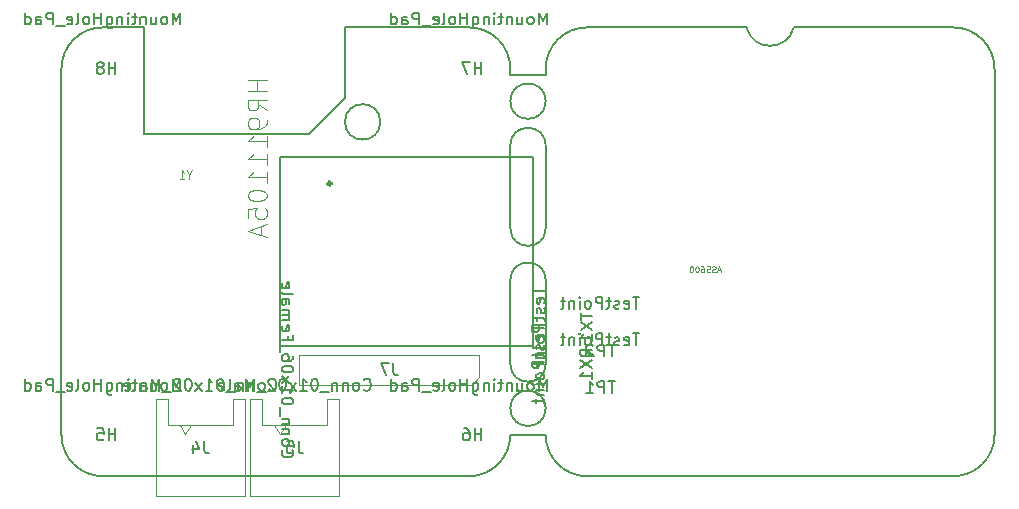
<source format=gbr>
%TF.GenerationSoftware,KiCad,Pcbnew,(5.1.8-0-10_14)*%
%TF.CreationDate,2021-02-10T22:24:43+01:00*%
%TF.ProjectId,ethersweep,65746865-7273-4776-9565-702e6b696361,rev?*%
%TF.SameCoordinates,Original*%
%TF.FileFunction,Other,Fab,Bot*%
%FSLAX46Y46*%
G04 Gerber Fmt 4.6, Leading zero omitted, Abs format (unit mm)*
G04 Created by KiCad (PCBNEW (5.1.8-0-10_14)) date 2021-02-10 22:24:43*
%MOMM*%
%LPD*%
G01*
G04 APERTURE LIST*
%TA.AperFunction,Profile*%
%ADD10C,0.150000*%
%TD*%
%ADD11C,0.100000*%
%ADD12C,0.300000*%
%ADD13C,0.127000*%
%ADD14C,0.150000*%
%ADD15C,0.015000*%
%ADD16C,0.105000*%
G04 APERTURE END LIST*
D10*
X163500000Y-98000000D02*
G75*
G02*
X160500000Y-98000000I-1500000J0D01*
G01*
X160500000Y-91000000D02*
G75*
G02*
X163500000Y-91000000I1500000J0D01*
G01*
X163500000Y-98000000D02*
X163500000Y-91000000D01*
X160500000Y-91000000D02*
X160500000Y-98000000D01*
X160500000Y-102400000D02*
G75*
G02*
X163500000Y-102400000I1500000J0D01*
G01*
X160500000Y-102400000D02*
X160500000Y-109500000D01*
X163500000Y-109500000D02*
X163500000Y-102400000D01*
X163500000Y-109500000D02*
G75*
G02*
X160500000Y-109500000I-1500000J0D01*
G01*
X163500000Y-87250000D02*
G75*
G03*
X163500000Y-87250000I-1500000J0D01*
G01*
X163500000Y-113250000D02*
G75*
G03*
X163500000Y-113250000I-1500000J0D01*
G01*
X160500000Y-84500000D02*
X160500000Y-85000000D01*
X163500000Y-84500000D02*
X163500000Y-85000000D01*
X160500000Y-115500000D02*
X163500000Y-115500000D01*
X163500000Y-85000000D02*
X160500000Y-85000000D01*
X149500000Y-89000000D02*
G75*
G03*
X149500000Y-89000000I-1500000J0D01*
G01*
X129500000Y-90000000D02*
X129500000Y-81000000D01*
X126000000Y-81000000D02*
X129500000Y-81000000D01*
X126000000Y-81000000D02*
G75*
G03*
X122500000Y-84500000I0J-3500000D01*
G01*
X146500000Y-81000000D02*
X157000000Y-81000000D01*
X143500000Y-90000000D02*
X129500000Y-90000000D01*
X146500000Y-87000000D02*
X143500000Y-90000000D01*
X146500000Y-81000000D02*
X146500000Y-87000000D01*
X180500000Y-81000000D02*
X167000000Y-81000000D01*
X184500000Y-81000000D02*
X198000000Y-81000000D01*
X184500000Y-81000000D02*
G75*
G02*
X180500000Y-81000000I-2000000J500000D01*
G01*
X163500000Y-84500000D02*
G75*
G02*
X167000000Y-81000000I3500000J0D01*
G01*
X201500000Y-115500000D02*
G75*
G02*
X198000000Y-119000000I-3500000J0D01*
G01*
X167000000Y-119000000D02*
G75*
G02*
X163500000Y-115500000I0J3500000D01*
G01*
X167000000Y-119000000D02*
X198000000Y-119000000D01*
X198000000Y-81000000D02*
G75*
G02*
X201500000Y-84500000I0J-3500000D01*
G01*
X201500000Y-115500000D02*
X201500000Y-84500000D01*
X122500000Y-115500000D02*
X122500000Y-84500000D01*
X160500000Y-84500000D02*
G75*
G03*
X157000000Y-81000000I-3500000J0D01*
G01*
X157000000Y-119000000D02*
G75*
G03*
X160500000Y-115500000I0J3500000D01*
G01*
X122500000Y-115500000D02*
G75*
G03*
X126000000Y-119000000I3500000J0D01*
G01*
X157000000Y-119000000D02*
X126000000Y-119000000D01*
D11*
X131500000Y-114700000D02*
X131500000Y-112500000D01*
X131500000Y-112500000D02*
X130500000Y-112500000D01*
X130500000Y-112500000D02*
X130500000Y-120700000D01*
X130500000Y-120700000D02*
X138000000Y-120700000D01*
X138000000Y-120700000D02*
X138000000Y-112500000D01*
X138000000Y-112500000D02*
X137000000Y-112500000D01*
X137000000Y-112500000D02*
X137000000Y-114700000D01*
X137000000Y-114700000D02*
X131500000Y-114700000D01*
X132500000Y-114700000D02*
X133000000Y-115407107D01*
X133000000Y-115407107D02*
X133500000Y-114700000D01*
X141000000Y-115407107D02*
X141500000Y-114700000D01*
X140500000Y-114700000D02*
X141000000Y-115407107D01*
X145000000Y-114700000D02*
X139500000Y-114700000D01*
X145000000Y-112500000D02*
X145000000Y-114700000D01*
X146000000Y-112500000D02*
X145000000Y-112500000D01*
X146000000Y-120700000D02*
X146000000Y-112500000D01*
X138500000Y-120700000D02*
X146000000Y-120700000D01*
X138500000Y-112500000D02*
X138500000Y-120700000D01*
X139500000Y-112500000D02*
X138500000Y-112500000D01*
X139500000Y-114700000D02*
X139500000Y-112500000D01*
D12*
X145350000Y-94200000D02*
G75*
G03*
X145350000Y-94200000I-150000J0D01*
G01*
D13*
X162420000Y-108000000D02*
X141020000Y-108000000D01*
X141020000Y-108000000D02*
X141020000Y-92000000D01*
X141020000Y-92000000D02*
X162420000Y-92000000D01*
X162420000Y-92000000D02*
X162420000Y-108000000D01*
D11*
X157890000Y-110635000D02*
X157890000Y-108730000D01*
X157890000Y-108730000D02*
X142650000Y-108730000D01*
X142650000Y-108730000D02*
X142650000Y-111270000D01*
X142650000Y-111270000D02*
X157255000Y-111270000D01*
X157255000Y-111270000D02*
X157890000Y-110635000D01*
D14*
X140083333Y-111657142D02*
X140130952Y-111704761D01*
X140273809Y-111752380D01*
X140369047Y-111752380D01*
X140511904Y-111704761D01*
X140607142Y-111609523D01*
X140654761Y-111514285D01*
X140702380Y-111323809D01*
X140702380Y-111180952D01*
X140654761Y-110990476D01*
X140607142Y-110895238D01*
X140511904Y-110800000D01*
X140369047Y-110752380D01*
X140273809Y-110752380D01*
X140130952Y-110800000D01*
X140083333Y-110847619D01*
X139511904Y-111752380D02*
X139607142Y-111704761D01*
X139654761Y-111657142D01*
X139702380Y-111561904D01*
X139702380Y-111276190D01*
X139654761Y-111180952D01*
X139607142Y-111133333D01*
X139511904Y-111085714D01*
X139369047Y-111085714D01*
X139273809Y-111133333D01*
X139226190Y-111180952D01*
X139178571Y-111276190D01*
X139178571Y-111561904D01*
X139226190Y-111657142D01*
X139273809Y-111704761D01*
X139369047Y-111752380D01*
X139511904Y-111752380D01*
X138750000Y-111085714D02*
X138750000Y-111752380D01*
X138750000Y-111180952D02*
X138702380Y-111133333D01*
X138607142Y-111085714D01*
X138464285Y-111085714D01*
X138369047Y-111133333D01*
X138321428Y-111228571D01*
X138321428Y-111752380D01*
X137845238Y-111085714D02*
X137845238Y-111752380D01*
X137845238Y-111180952D02*
X137797619Y-111133333D01*
X137702380Y-111085714D01*
X137559523Y-111085714D01*
X137464285Y-111133333D01*
X137416666Y-111228571D01*
X137416666Y-111752380D01*
X137178571Y-111847619D02*
X136416666Y-111847619D01*
X135988095Y-110752380D02*
X135892857Y-110752380D01*
X135797619Y-110800000D01*
X135750000Y-110847619D01*
X135702380Y-110942857D01*
X135654761Y-111133333D01*
X135654761Y-111371428D01*
X135702380Y-111561904D01*
X135750000Y-111657142D01*
X135797619Y-111704761D01*
X135892857Y-111752380D01*
X135988095Y-111752380D01*
X136083333Y-111704761D01*
X136130952Y-111657142D01*
X136178571Y-111561904D01*
X136226190Y-111371428D01*
X136226190Y-111133333D01*
X136178571Y-110942857D01*
X136130952Y-110847619D01*
X136083333Y-110800000D01*
X135988095Y-110752380D01*
X134702380Y-111752380D02*
X135273809Y-111752380D01*
X134988095Y-111752380D02*
X134988095Y-110752380D01*
X135083333Y-110895238D01*
X135178571Y-110990476D01*
X135273809Y-111038095D01*
X134369047Y-111752380D02*
X133845238Y-111085714D01*
X134369047Y-111085714D02*
X133845238Y-111752380D01*
X133273809Y-110752380D02*
X133178571Y-110752380D01*
X133083333Y-110800000D01*
X133035714Y-110847619D01*
X132988095Y-110942857D01*
X132940476Y-111133333D01*
X132940476Y-111371428D01*
X132988095Y-111561904D01*
X133035714Y-111657142D01*
X133083333Y-111704761D01*
X133178571Y-111752380D01*
X133273809Y-111752380D01*
X133369047Y-111704761D01*
X133416666Y-111657142D01*
X133464285Y-111561904D01*
X133511904Y-111371428D01*
X133511904Y-111133333D01*
X133464285Y-110942857D01*
X133416666Y-110847619D01*
X133369047Y-110800000D01*
X133273809Y-110752380D01*
X132559523Y-110847619D02*
X132511904Y-110800000D01*
X132416666Y-110752380D01*
X132178571Y-110752380D01*
X132083333Y-110800000D01*
X132035714Y-110847619D01*
X131988095Y-110942857D01*
X131988095Y-111038095D01*
X132035714Y-111180952D01*
X132607142Y-111752380D01*
X131988095Y-111752380D01*
X131797619Y-111847619D02*
X131035714Y-111847619D01*
X130797619Y-111752380D02*
X130797619Y-110752380D01*
X130464285Y-111466666D01*
X130130952Y-110752380D01*
X130130952Y-111752380D01*
X129226190Y-111752380D02*
X129226190Y-111228571D01*
X129273809Y-111133333D01*
X129369047Y-111085714D01*
X129559523Y-111085714D01*
X129654761Y-111133333D01*
X129226190Y-111704761D02*
X129321428Y-111752380D01*
X129559523Y-111752380D01*
X129654761Y-111704761D01*
X129702380Y-111609523D01*
X129702380Y-111514285D01*
X129654761Y-111419047D01*
X129559523Y-111371428D01*
X129321428Y-111371428D01*
X129226190Y-111323809D01*
X128607142Y-111752380D02*
X128702380Y-111704761D01*
X128750000Y-111609523D01*
X128750000Y-110752380D01*
X127845238Y-111704761D02*
X127940476Y-111752380D01*
X128130952Y-111752380D01*
X128226190Y-111704761D01*
X128273809Y-111609523D01*
X128273809Y-111228571D01*
X128226190Y-111133333D01*
X128130952Y-111085714D01*
X127940476Y-111085714D01*
X127845238Y-111133333D01*
X127797619Y-111228571D01*
X127797619Y-111323809D01*
X128273809Y-111419047D01*
X134583333Y-116052380D02*
X134583333Y-116766666D01*
X134630952Y-116909523D01*
X134726190Y-117004761D01*
X134869047Y-117052380D01*
X134964285Y-117052380D01*
X133678571Y-116385714D02*
X133678571Y-117052380D01*
X133916666Y-116004761D02*
X134154761Y-116719047D01*
X133535714Y-116719047D01*
X148083333Y-111657142D02*
X148130952Y-111704761D01*
X148273809Y-111752380D01*
X148369047Y-111752380D01*
X148511904Y-111704761D01*
X148607142Y-111609523D01*
X148654761Y-111514285D01*
X148702380Y-111323809D01*
X148702380Y-111180952D01*
X148654761Y-110990476D01*
X148607142Y-110895238D01*
X148511904Y-110800000D01*
X148369047Y-110752380D01*
X148273809Y-110752380D01*
X148130952Y-110800000D01*
X148083333Y-110847619D01*
X147511904Y-111752380D02*
X147607142Y-111704761D01*
X147654761Y-111657142D01*
X147702380Y-111561904D01*
X147702380Y-111276190D01*
X147654761Y-111180952D01*
X147607142Y-111133333D01*
X147511904Y-111085714D01*
X147369047Y-111085714D01*
X147273809Y-111133333D01*
X147226190Y-111180952D01*
X147178571Y-111276190D01*
X147178571Y-111561904D01*
X147226190Y-111657142D01*
X147273809Y-111704761D01*
X147369047Y-111752380D01*
X147511904Y-111752380D01*
X146750000Y-111085714D02*
X146750000Y-111752380D01*
X146750000Y-111180952D02*
X146702380Y-111133333D01*
X146607142Y-111085714D01*
X146464285Y-111085714D01*
X146369047Y-111133333D01*
X146321428Y-111228571D01*
X146321428Y-111752380D01*
X145845238Y-111085714D02*
X145845238Y-111752380D01*
X145845238Y-111180952D02*
X145797619Y-111133333D01*
X145702380Y-111085714D01*
X145559523Y-111085714D01*
X145464285Y-111133333D01*
X145416666Y-111228571D01*
X145416666Y-111752380D01*
X145178571Y-111847619D02*
X144416666Y-111847619D01*
X143988095Y-110752380D02*
X143892857Y-110752380D01*
X143797619Y-110800000D01*
X143750000Y-110847619D01*
X143702380Y-110942857D01*
X143654761Y-111133333D01*
X143654761Y-111371428D01*
X143702380Y-111561904D01*
X143750000Y-111657142D01*
X143797619Y-111704761D01*
X143892857Y-111752380D01*
X143988095Y-111752380D01*
X144083333Y-111704761D01*
X144130952Y-111657142D01*
X144178571Y-111561904D01*
X144226190Y-111371428D01*
X144226190Y-111133333D01*
X144178571Y-110942857D01*
X144130952Y-110847619D01*
X144083333Y-110800000D01*
X143988095Y-110752380D01*
X142702380Y-111752380D02*
X143273809Y-111752380D01*
X142988095Y-111752380D02*
X142988095Y-110752380D01*
X143083333Y-110895238D01*
X143178571Y-110990476D01*
X143273809Y-111038095D01*
X142369047Y-111752380D02*
X141845238Y-111085714D01*
X142369047Y-111085714D02*
X141845238Y-111752380D01*
X141273809Y-110752380D02*
X141178571Y-110752380D01*
X141083333Y-110800000D01*
X141035714Y-110847619D01*
X140988095Y-110942857D01*
X140940476Y-111133333D01*
X140940476Y-111371428D01*
X140988095Y-111561904D01*
X141035714Y-111657142D01*
X141083333Y-111704761D01*
X141178571Y-111752380D01*
X141273809Y-111752380D01*
X141369047Y-111704761D01*
X141416666Y-111657142D01*
X141464285Y-111561904D01*
X141511904Y-111371428D01*
X141511904Y-111133333D01*
X141464285Y-110942857D01*
X141416666Y-110847619D01*
X141369047Y-110800000D01*
X141273809Y-110752380D01*
X140559523Y-110847619D02*
X140511904Y-110800000D01*
X140416666Y-110752380D01*
X140178571Y-110752380D01*
X140083333Y-110800000D01*
X140035714Y-110847619D01*
X139988095Y-110942857D01*
X139988095Y-111038095D01*
X140035714Y-111180952D01*
X140607142Y-111752380D01*
X139988095Y-111752380D01*
X139797619Y-111847619D02*
X139035714Y-111847619D01*
X138797619Y-111752380D02*
X138797619Y-110752380D01*
X138464285Y-111466666D01*
X138130952Y-110752380D01*
X138130952Y-111752380D01*
X137226190Y-111752380D02*
X137226190Y-111228571D01*
X137273809Y-111133333D01*
X137369047Y-111085714D01*
X137559523Y-111085714D01*
X137654761Y-111133333D01*
X137226190Y-111704761D02*
X137321428Y-111752380D01*
X137559523Y-111752380D01*
X137654761Y-111704761D01*
X137702380Y-111609523D01*
X137702380Y-111514285D01*
X137654761Y-111419047D01*
X137559523Y-111371428D01*
X137321428Y-111371428D01*
X137226190Y-111323809D01*
X136607142Y-111752380D02*
X136702380Y-111704761D01*
X136750000Y-111609523D01*
X136750000Y-110752380D01*
X135845238Y-111704761D02*
X135940476Y-111752380D01*
X136130952Y-111752380D01*
X136226190Y-111704761D01*
X136273809Y-111609523D01*
X136273809Y-111228571D01*
X136226190Y-111133333D01*
X136130952Y-111085714D01*
X135940476Y-111085714D01*
X135845238Y-111133333D01*
X135797619Y-111228571D01*
X135797619Y-111323809D01*
X136273809Y-111419047D01*
X142583333Y-116052380D02*
X142583333Y-116766666D01*
X142630952Y-116909523D01*
X142726190Y-117004761D01*
X142869047Y-117052380D01*
X142964285Y-117052380D01*
X141630952Y-116052380D02*
X142107142Y-116052380D01*
X142154761Y-116528571D01*
X142107142Y-116480952D01*
X142011904Y-116433333D01*
X141773809Y-116433333D01*
X141678571Y-116480952D01*
X141630952Y-116528571D01*
X141583333Y-116623809D01*
X141583333Y-116861904D01*
X141630952Y-116957142D01*
X141678571Y-117004761D01*
X141773809Y-117052380D01*
X142011904Y-117052380D01*
X142107142Y-117004761D01*
X142154761Y-116957142D01*
D15*
X139871714Y-85437450D02*
X138266651Y-85437450D01*
X139030967Y-85437450D02*
X139030967Y-86354629D01*
X139871714Y-86354629D02*
X138266651Y-86354629D01*
X139871714Y-88036124D02*
X139107399Y-87501103D01*
X139871714Y-87118945D02*
X138266651Y-87118945D01*
X138266651Y-87730397D01*
X138343083Y-87883260D01*
X138419515Y-87959692D01*
X138572378Y-88036124D01*
X138801672Y-88036124D01*
X138954536Y-87959692D01*
X139030967Y-87883260D01*
X139107399Y-87730397D01*
X139107399Y-87118945D01*
X139871714Y-88800439D02*
X139871714Y-89106166D01*
X139795283Y-89259029D01*
X139718851Y-89335460D01*
X139489557Y-89488323D01*
X139183830Y-89564755D01*
X138572378Y-89564755D01*
X138419515Y-89488323D01*
X138343083Y-89411892D01*
X138266651Y-89259029D01*
X138266651Y-88953302D01*
X138343083Y-88800439D01*
X138419515Y-88724008D01*
X138572378Y-88647576D01*
X138954536Y-88647576D01*
X139107399Y-88724008D01*
X139183830Y-88800439D01*
X139260262Y-88953302D01*
X139260262Y-89259029D01*
X139183830Y-89411892D01*
X139107399Y-89488323D01*
X138954536Y-89564755D01*
X139871714Y-91093386D02*
X139871714Y-90176208D01*
X139871714Y-90634797D02*
X138266651Y-90634797D01*
X138495946Y-90481934D01*
X138648809Y-90329071D01*
X138725241Y-90176208D01*
X139871714Y-92622018D02*
X139871714Y-91704839D01*
X139871714Y-92163428D02*
X138266651Y-92163428D01*
X138495946Y-92010565D01*
X138648809Y-91857702D01*
X138725241Y-91704839D01*
X139871714Y-94150649D02*
X139871714Y-93233470D01*
X139871714Y-93692060D02*
X138266651Y-93692060D01*
X138495946Y-93539197D01*
X138648809Y-93386334D01*
X138725241Y-93233470D01*
X138266651Y-95144260D02*
X138266651Y-95297123D01*
X138343083Y-95449986D01*
X138419515Y-95526418D01*
X138572378Y-95602849D01*
X138878104Y-95679281D01*
X139260262Y-95679281D01*
X139565988Y-95602849D01*
X139718851Y-95526418D01*
X139795283Y-95449986D01*
X139871714Y-95297123D01*
X139871714Y-95144260D01*
X139795283Y-94991397D01*
X139718851Y-94914965D01*
X139565988Y-94838533D01*
X139260262Y-94762102D01*
X138878104Y-94762102D01*
X138572378Y-94838533D01*
X138419515Y-94914965D01*
X138343083Y-94991397D01*
X138266651Y-95144260D01*
X138266651Y-97131481D02*
X138266651Y-96367165D01*
X139030967Y-96290733D01*
X138954536Y-96367165D01*
X138878104Y-96520028D01*
X138878104Y-96902186D01*
X138954536Y-97055049D01*
X139030967Y-97131481D01*
X139183830Y-97207912D01*
X139565988Y-97207912D01*
X139718851Y-97131481D01*
X139795283Y-97055049D01*
X139871714Y-96902186D01*
X139871714Y-96520028D01*
X139795283Y-96367165D01*
X139718851Y-96290733D01*
X139413125Y-97819365D02*
X139413125Y-98583680D01*
X139871714Y-97666502D02*
X138266651Y-98201523D01*
X139871714Y-98736544D01*
X178309523Y-101583333D02*
X178071428Y-101583333D01*
X178357142Y-101726190D02*
X178190476Y-101226190D01*
X178023809Y-101726190D01*
X177880952Y-101702380D02*
X177809523Y-101726190D01*
X177690476Y-101726190D01*
X177642857Y-101702380D01*
X177619047Y-101678571D01*
X177595238Y-101630952D01*
X177595238Y-101583333D01*
X177619047Y-101535714D01*
X177642857Y-101511904D01*
X177690476Y-101488095D01*
X177785714Y-101464285D01*
X177833333Y-101440476D01*
X177857142Y-101416666D01*
X177880952Y-101369047D01*
X177880952Y-101321428D01*
X177857142Y-101273809D01*
X177833333Y-101250000D01*
X177785714Y-101226190D01*
X177666666Y-101226190D01*
X177595238Y-101250000D01*
X177142857Y-101226190D02*
X177380952Y-101226190D01*
X177404761Y-101464285D01*
X177380952Y-101440476D01*
X177333333Y-101416666D01*
X177214285Y-101416666D01*
X177166666Y-101440476D01*
X177142857Y-101464285D01*
X177119047Y-101511904D01*
X177119047Y-101630952D01*
X177142857Y-101678571D01*
X177166666Y-101702380D01*
X177214285Y-101726190D01*
X177333333Y-101726190D01*
X177380952Y-101702380D01*
X177404761Y-101678571D01*
X176690476Y-101226190D02*
X176785714Y-101226190D01*
X176833333Y-101250000D01*
X176857142Y-101273809D01*
X176904761Y-101345238D01*
X176928571Y-101440476D01*
X176928571Y-101630952D01*
X176904761Y-101678571D01*
X176880952Y-101702380D01*
X176833333Y-101726190D01*
X176738095Y-101726190D01*
X176690476Y-101702380D01*
X176666666Y-101678571D01*
X176642857Y-101630952D01*
X176642857Y-101511904D01*
X176666666Y-101464285D01*
X176690476Y-101440476D01*
X176738095Y-101416666D01*
X176833333Y-101416666D01*
X176880952Y-101440476D01*
X176904761Y-101464285D01*
X176928571Y-101511904D01*
X176333333Y-101226190D02*
X176285714Y-101226190D01*
X176238095Y-101250000D01*
X176214285Y-101273809D01*
X176190476Y-101321428D01*
X176166666Y-101416666D01*
X176166666Y-101535714D01*
X176190476Y-101630952D01*
X176214285Y-101678571D01*
X176238095Y-101702380D01*
X176285714Y-101726190D01*
X176333333Y-101726190D01*
X176380952Y-101702380D01*
X176404761Y-101678571D01*
X176428571Y-101630952D01*
X176452380Y-101535714D01*
X176452380Y-101416666D01*
X176428571Y-101321428D01*
X176404761Y-101273809D01*
X176380952Y-101250000D01*
X176333333Y-101226190D01*
X175857142Y-101226190D02*
X175809523Y-101226190D01*
X175761904Y-101250000D01*
X175738095Y-101273809D01*
X175714285Y-101321428D01*
X175690476Y-101416666D01*
X175690476Y-101535714D01*
X175714285Y-101630952D01*
X175738095Y-101678571D01*
X175761904Y-101702380D01*
X175809523Y-101726190D01*
X175857142Y-101726190D01*
X175904761Y-101702380D01*
X175928571Y-101678571D01*
X175952380Y-101630952D01*
X175976190Y-101535714D01*
X175976190Y-101416666D01*
X175952380Y-101321428D01*
X175928571Y-101273809D01*
X175904761Y-101250000D01*
X175857142Y-101226190D01*
D16*
X133333333Y-93483333D02*
X133333333Y-93816666D01*
X133566666Y-93116666D02*
X133333333Y-93483333D01*
X133100000Y-93116666D01*
X132500000Y-93816666D02*
X132900000Y-93816666D01*
X132700000Y-93816666D02*
X132700000Y-93116666D01*
X132766666Y-93216666D01*
X132833333Y-93283333D01*
X132900000Y-93316666D01*
D14*
X132571428Y-111752380D02*
X132571428Y-110752380D01*
X132238095Y-111466666D01*
X131904761Y-110752380D01*
X131904761Y-111752380D01*
X131285714Y-111752380D02*
X131380952Y-111704761D01*
X131428571Y-111657142D01*
X131476190Y-111561904D01*
X131476190Y-111276190D01*
X131428571Y-111180952D01*
X131380952Y-111133333D01*
X131285714Y-111085714D01*
X131142857Y-111085714D01*
X131047619Y-111133333D01*
X131000000Y-111180952D01*
X130952380Y-111276190D01*
X130952380Y-111561904D01*
X131000000Y-111657142D01*
X131047619Y-111704761D01*
X131142857Y-111752380D01*
X131285714Y-111752380D01*
X130095238Y-111085714D02*
X130095238Y-111752380D01*
X130523809Y-111085714D02*
X130523809Y-111609523D01*
X130476190Y-111704761D01*
X130380952Y-111752380D01*
X130238095Y-111752380D01*
X130142857Y-111704761D01*
X130095238Y-111657142D01*
X129619047Y-111085714D02*
X129619047Y-111752380D01*
X129619047Y-111180952D02*
X129571428Y-111133333D01*
X129476190Y-111085714D01*
X129333333Y-111085714D01*
X129238095Y-111133333D01*
X129190476Y-111228571D01*
X129190476Y-111752380D01*
X128857142Y-111085714D02*
X128476190Y-111085714D01*
X128714285Y-110752380D02*
X128714285Y-111609523D01*
X128666666Y-111704761D01*
X128571428Y-111752380D01*
X128476190Y-111752380D01*
X128142857Y-111752380D02*
X128142857Y-111085714D01*
X128142857Y-110752380D02*
X128190476Y-110800000D01*
X128142857Y-110847619D01*
X128095238Y-110800000D01*
X128142857Y-110752380D01*
X128142857Y-110847619D01*
X127666666Y-111085714D02*
X127666666Y-111752380D01*
X127666666Y-111180952D02*
X127619047Y-111133333D01*
X127523809Y-111085714D01*
X127380952Y-111085714D01*
X127285714Y-111133333D01*
X127238095Y-111228571D01*
X127238095Y-111752380D01*
X126333333Y-111085714D02*
X126333333Y-111895238D01*
X126380952Y-111990476D01*
X126428571Y-112038095D01*
X126523809Y-112085714D01*
X126666666Y-112085714D01*
X126761904Y-112038095D01*
X126333333Y-111704761D02*
X126428571Y-111752380D01*
X126619047Y-111752380D01*
X126714285Y-111704761D01*
X126761904Y-111657142D01*
X126809523Y-111561904D01*
X126809523Y-111276190D01*
X126761904Y-111180952D01*
X126714285Y-111133333D01*
X126619047Y-111085714D01*
X126428571Y-111085714D01*
X126333333Y-111133333D01*
X125857142Y-111752380D02*
X125857142Y-110752380D01*
X125857142Y-111228571D02*
X125285714Y-111228571D01*
X125285714Y-111752380D02*
X125285714Y-110752380D01*
X124666666Y-111752380D02*
X124761904Y-111704761D01*
X124809523Y-111657142D01*
X124857142Y-111561904D01*
X124857142Y-111276190D01*
X124809523Y-111180952D01*
X124761904Y-111133333D01*
X124666666Y-111085714D01*
X124523809Y-111085714D01*
X124428571Y-111133333D01*
X124380952Y-111180952D01*
X124333333Y-111276190D01*
X124333333Y-111561904D01*
X124380952Y-111657142D01*
X124428571Y-111704761D01*
X124523809Y-111752380D01*
X124666666Y-111752380D01*
X123761904Y-111752380D02*
X123857142Y-111704761D01*
X123904761Y-111609523D01*
X123904761Y-110752380D01*
X123000000Y-111704761D02*
X123095238Y-111752380D01*
X123285714Y-111752380D01*
X123380952Y-111704761D01*
X123428571Y-111609523D01*
X123428571Y-111228571D01*
X123380952Y-111133333D01*
X123285714Y-111085714D01*
X123095238Y-111085714D01*
X123000000Y-111133333D01*
X122952380Y-111228571D01*
X122952380Y-111323809D01*
X123428571Y-111419047D01*
X122761904Y-111847619D02*
X122000000Y-111847619D01*
X121761904Y-111752380D02*
X121761904Y-110752380D01*
X121380952Y-110752380D01*
X121285714Y-110800000D01*
X121238095Y-110847619D01*
X121190476Y-110942857D01*
X121190476Y-111085714D01*
X121238095Y-111180952D01*
X121285714Y-111228571D01*
X121380952Y-111276190D01*
X121761904Y-111276190D01*
X120333333Y-111752380D02*
X120333333Y-111228571D01*
X120380952Y-111133333D01*
X120476190Y-111085714D01*
X120666666Y-111085714D01*
X120761904Y-111133333D01*
X120333333Y-111704761D02*
X120428571Y-111752380D01*
X120666666Y-111752380D01*
X120761904Y-111704761D01*
X120809523Y-111609523D01*
X120809523Y-111514285D01*
X120761904Y-111419047D01*
X120666666Y-111371428D01*
X120428571Y-111371428D01*
X120333333Y-111323809D01*
X119428571Y-111752380D02*
X119428571Y-110752380D01*
X119428571Y-111704761D02*
X119523809Y-111752380D01*
X119714285Y-111752380D01*
X119809523Y-111704761D01*
X119857142Y-111657142D01*
X119904761Y-111561904D01*
X119904761Y-111276190D01*
X119857142Y-111180952D01*
X119809523Y-111133333D01*
X119714285Y-111085714D01*
X119523809Y-111085714D01*
X119428571Y-111133333D01*
X127061904Y-115952380D02*
X127061904Y-114952380D01*
X127061904Y-115428571D02*
X126490476Y-115428571D01*
X126490476Y-115952380D02*
X126490476Y-114952380D01*
X125538095Y-114952380D02*
X126014285Y-114952380D01*
X126061904Y-115428571D01*
X126014285Y-115380952D01*
X125919047Y-115333333D01*
X125680952Y-115333333D01*
X125585714Y-115380952D01*
X125538095Y-115428571D01*
X125490476Y-115523809D01*
X125490476Y-115761904D01*
X125538095Y-115857142D01*
X125585714Y-115904761D01*
X125680952Y-115952380D01*
X125919047Y-115952380D01*
X126014285Y-115904761D01*
X126061904Y-115857142D01*
X163571428Y-111752380D02*
X163571428Y-110752380D01*
X163238095Y-111466666D01*
X162904761Y-110752380D01*
X162904761Y-111752380D01*
X162285714Y-111752380D02*
X162380952Y-111704761D01*
X162428571Y-111657142D01*
X162476190Y-111561904D01*
X162476190Y-111276190D01*
X162428571Y-111180952D01*
X162380952Y-111133333D01*
X162285714Y-111085714D01*
X162142857Y-111085714D01*
X162047619Y-111133333D01*
X162000000Y-111180952D01*
X161952380Y-111276190D01*
X161952380Y-111561904D01*
X162000000Y-111657142D01*
X162047619Y-111704761D01*
X162142857Y-111752380D01*
X162285714Y-111752380D01*
X161095238Y-111085714D02*
X161095238Y-111752380D01*
X161523809Y-111085714D02*
X161523809Y-111609523D01*
X161476190Y-111704761D01*
X161380952Y-111752380D01*
X161238095Y-111752380D01*
X161142857Y-111704761D01*
X161095238Y-111657142D01*
X160619047Y-111085714D02*
X160619047Y-111752380D01*
X160619047Y-111180952D02*
X160571428Y-111133333D01*
X160476190Y-111085714D01*
X160333333Y-111085714D01*
X160238095Y-111133333D01*
X160190476Y-111228571D01*
X160190476Y-111752380D01*
X159857142Y-111085714D02*
X159476190Y-111085714D01*
X159714285Y-110752380D02*
X159714285Y-111609523D01*
X159666666Y-111704761D01*
X159571428Y-111752380D01*
X159476190Y-111752380D01*
X159142857Y-111752380D02*
X159142857Y-111085714D01*
X159142857Y-110752380D02*
X159190476Y-110800000D01*
X159142857Y-110847619D01*
X159095238Y-110800000D01*
X159142857Y-110752380D01*
X159142857Y-110847619D01*
X158666666Y-111085714D02*
X158666666Y-111752380D01*
X158666666Y-111180952D02*
X158619047Y-111133333D01*
X158523809Y-111085714D01*
X158380952Y-111085714D01*
X158285714Y-111133333D01*
X158238095Y-111228571D01*
X158238095Y-111752380D01*
X157333333Y-111085714D02*
X157333333Y-111895238D01*
X157380952Y-111990476D01*
X157428571Y-112038095D01*
X157523809Y-112085714D01*
X157666666Y-112085714D01*
X157761904Y-112038095D01*
X157333333Y-111704761D02*
X157428571Y-111752380D01*
X157619047Y-111752380D01*
X157714285Y-111704761D01*
X157761904Y-111657142D01*
X157809523Y-111561904D01*
X157809523Y-111276190D01*
X157761904Y-111180952D01*
X157714285Y-111133333D01*
X157619047Y-111085714D01*
X157428571Y-111085714D01*
X157333333Y-111133333D01*
X156857142Y-111752380D02*
X156857142Y-110752380D01*
X156857142Y-111228571D02*
X156285714Y-111228571D01*
X156285714Y-111752380D02*
X156285714Y-110752380D01*
X155666666Y-111752380D02*
X155761904Y-111704761D01*
X155809523Y-111657142D01*
X155857142Y-111561904D01*
X155857142Y-111276190D01*
X155809523Y-111180952D01*
X155761904Y-111133333D01*
X155666666Y-111085714D01*
X155523809Y-111085714D01*
X155428571Y-111133333D01*
X155380952Y-111180952D01*
X155333333Y-111276190D01*
X155333333Y-111561904D01*
X155380952Y-111657142D01*
X155428571Y-111704761D01*
X155523809Y-111752380D01*
X155666666Y-111752380D01*
X154761904Y-111752380D02*
X154857142Y-111704761D01*
X154904761Y-111609523D01*
X154904761Y-110752380D01*
X154000000Y-111704761D02*
X154095238Y-111752380D01*
X154285714Y-111752380D01*
X154380952Y-111704761D01*
X154428571Y-111609523D01*
X154428571Y-111228571D01*
X154380952Y-111133333D01*
X154285714Y-111085714D01*
X154095238Y-111085714D01*
X154000000Y-111133333D01*
X153952380Y-111228571D01*
X153952380Y-111323809D01*
X154428571Y-111419047D01*
X153761904Y-111847619D02*
X153000000Y-111847619D01*
X152761904Y-111752380D02*
X152761904Y-110752380D01*
X152380952Y-110752380D01*
X152285714Y-110800000D01*
X152238095Y-110847619D01*
X152190476Y-110942857D01*
X152190476Y-111085714D01*
X152238095Y-111180952D01*
X152285714Y-111228571D01*
X152380952Y-111276190D01*
X152761904Y-111276190D01*
X151333333Y-111752380D02*
X151333333Y-111228571D01*
X151380952Y-111133333D01*
X151476190Y-111085714D01*
X151666666Y-111085714D01*
X151761904Y-111133333D01*
X151333333Y-111704761D02*
X151428571Y-111752380D01*
X151666666Y-111752380D01*
X151761904Y-111704761D01*
X151809523Y-111609523D01*
X151809523Y-111514285D01*
X151761904Y-111419047D01*
X151666666Y-111371428D01*
X151428571Y-111371428D01*
X151333333Y-111323809D01*
X150428571Y-111752380D02*
X150428571Y-110752380D01*
X150428571Y-111704761D02*
X150523809Y-111752380D01*
X150714285Y-111752380D01*
X150809523Y-111704761D01*
X150857142Y-111657142D01*
X150904761Y-111561904D01*
X150904761Y-111276190D01*
X150857142Y-111180952D01*
X150809523Y-111133333D01*
X150714285Y-111085714D01*
X150523809Y-111085714D01*
X150428571Y-111133333D01*
X158061904Y-115952380D02*
X158061904Y-114952380D01*
X158061904Y-115428571D02*
X157490476Y-115428571D01*
X157490476Y-115952380D02*
X157490476Y-114952380D01*
X156585714Y-114952380D02*
X156776190Y-114952380D01*
X156871428Y-115000000D01*
X156919047Y-115047619D01*
X157014285Y-115190476D01*
X157061904Y-115380952D01*
X157061904Y-115761904D01*
X157014285Y-115857142D01*
X156966666Y-115904761D01*
X156871428Y-115952380D01*
X156680952Y-115952380D01*
X156585714Y-115904761D01*
X156538095Y-115857142D01*
X156490476Y-115761904D01*
X156490476Y-115523809D01*
X156538095Y-115428571D01*
X156585714Y-115380952D01*
X156680952Y-115333333D01*
X156871428Y-115333333D01*
X156966666Y-115380952D01*
X157014285Y-115428571D01*
X157061904Y-115523809D01*
X163571428Y-80752380D02*
X163571428Y-79752380D01*
X163238095Y-80466666D01*
X162904761Y-79752380D01*
X162904761Y-80752380D01*
X162285714Y-80752380D02*
X162380952Y-80704761D01*
X162428571Y-80657142D01*
X162476190Y-80561904D01*
X162476190Y-80276190D01*
X162428571Y-80180952D01*
X162380952Y-80133333D01*
X162285714Y-80085714D01*
X162142857Y-80085714D01*
X162047619Y-80133333D01*
X162000000Y-80180952D01*
X161952380Y-80276190D01*
X161952380Y-80561904D01*
X162000000Y-80657142D01*
X162047619Y-80704761D01*
X162142857Y-80752380D01*
X162285714Y-80752380D01*
X161095238Y-80085714D02*
X161095238Y-80752380D01*
X161523809Y-80085714D02*
X161523809Y-80609523D01*
X161476190Y-80704761D01*
X161380952Y-80752380D01*
X161238095Y-80752380D01*
X161142857Y-80704761D01*
X161095238Y-80657142D01*
X160619047Y-80085714D02*
X160619047Y-80752380D01*
X160619047Y-80180952D02*
X160571428Y-80133333D01*
X160476190Y-80085714D01*
X160333333Y-80085714D01*
X160238095Y-80133333D01*
X160190476Y-80228571D01*
X160190476Y-80752380D01*
X159857142Y-80085714D02*
X159476190Y-80085714D01*
X159714285Y-79752380D02*
X159714285Y-80609523D01*
X159666666Y-80704761D01*
X159571428Y-80752380D01*
X159476190Y-80752380D01*
X159142857Y-80752380D02*
X159142857Y-80085714D01*
X159142857Y-79752380D02*
X159190476Y-79800000D01*
X159142857Y-79847619D01*
X159095238Y-79800000D01*
X159142857Y-79752380D01*
X159142857Y-79847619D01*
X158666666Y-80085714D02*
X158666666Y-80752380D01*
X158666666Y-80180952D02*
X158619047Y-80133333D01*
X158523809Y-80085714D01*
X158380952Y-80085714D01*
X158285714Y-80133333D01*
X158238095Y-80228571D01*
X158238095Y-80752380D01*
X157333333Y-80085714D02*
X157333333Y-80895238D01*
X157380952Y-80990476D01*
X157428571Y-81038095D01*
X157523809Y-81085714D01*
X157666666Y-81085714D01*
X157761904Y-81038095D01*
X157333333Y-80704761D02*
X157428571Y-80752380D01*
X157619047Y-80752380D01*
X157714285Y-80704761D01*
X157761904Y-80657142D01*
X157809523Y-80561904D01*
X157809523Y-80276190D01*
X157761904Y-80180952D01*
X157714285Y-80133333D01*
X157619047Y-80085714D01*
X157428571Y-80085714D01*
X157333333Y-80133333D01*
X156857142Y-80752380D02*
X156857142Y-79752380D01*
X156857142Y-80228571D02*
X156285714Y-80228571D01*
X156285714Y-80752380D02*
X156285714Y-79752380D01*
X155666666Y-80752380D02*
X155761904Y-80704761D01*
X155809523Y-80657142D01*
X155857142Y-80561904D01*
X155857142Y-80276190D01*
X155809523Y-80180952D01*
X155761904Y-80133333D01*
X155666666Y-80085714D01*
X155523809Y-80085714D01*
X155428571Y-80133333D01*
X155380952Y-80180952D01*
X155333333Y-80276190D01*
X155333333Y-80561904D01*
X155380952Y-80657142D01*
X155428571Y-80704761D01*
X155523809Y-80752380D01*
X155666666Y-80752380D01*
X154761904Y-80752380D02*
X154857142Y-80704761D01*
X154904761Y-80609523D01*
X154904761Y-79752380D01*
X154000000Y-80704761D02*
X154095238Y-80752380D01*
X154285714Y-80752380D01*
X154380952Y-80704761D01*
X154428571Y-80609523D01*
X154428571Y-80228571D01*
X154380952Y-80133333D01*
X154285714Y-80085714D01*
X154095238Y-80085714D01*
X154000000Y-80133333D01*
X153952380Y-80228571D01*
X153952380Y-80323809D01*
X154428571Y-80419047D01*
X153761904Y-80847619D02*
X153000000Y-80847619D01*
X152761904Y-80752380D02*
X152761904Y-79752380D01*
X152380952Y-79752380D01*
X152285714Y-79800000D01*
X152238095Y-79847619D01*
X152190476Y-79942857D01*
X152190476Y-80085714D01*
X152238095Y-80180952D01*
X152285714Y-80228571D01*
X152380952Y-80276190D01*
X152761904Y-80276190D01*
X151333333Y-80752380D02*
X151333333Y-80228571D01*
X151380952Y-80133333D01*
X151476190Y-80085714D01*
X151666666Y-80085714D01*
X151761904Y-80133333D01*
X151333333Y-80704761D02*
X151428571Y-80752380D01*
X151666666Y-80752380D01*
X151761904Y-80704761D01*
X151809523Y-80609523D01*
X151809523Y-80514285D01*
X151761904Y-80419047D01*
X151666666Y-80371428D01*
X151428571Y-80371428D01*
X151333333Y-80323809D01*
X150428571Y-80752380D02*
X150428571Y-79752380D01*
X150428571Y-80704761D02*
X150523809Y-80752380D01*
X150714285Y-80752380D01*
X150809523Y-80704761D01*
X150857142Y-80657142D01*
X150904761Y-80561904D01*
X150904761Y-80276190D01*
X150857142Y-80180952D01*
X150809523Y-80133333D01*
X150714285Y-80085714D01*
X150523809Y-80085714D01*
X150428571Y-80133333D01*
X158061904Y-84952380D02*
X158061904Y-83952380D01*
X158061904Y-84428571D02*
X157490476Y-84428571D01*
X157490476Y-84952380D02*
X157490476Y-83952380D01*
X157109523Y-83952380D02*
X156442857Y-83952380D01*
X156871428Y-84952380D01*
X132571428Y-80752380D02*
X132571428Y-79752380D01*
X132238095Y-80466666D01*
X131904761Y-79752380D01*
X131904761Y-80752380D01*
X131285714Y-80752380D02*
X131380952Y-80704761D01*
X131428571Y-80657142D01*
X131476190Y-80561904D01*
X131476190Y-80276190D01*
X131428571Y-80180952D01*
X131380952Y-80133333D01*
X131285714Y-80085714D01*
X131142857Y-80085714D01*
X131047619Y-80133333D01*
X131000000Y-80180952D01*
X130952380Y-80276190D01*
X130952380Y-80561904D01*
X131000000Y-80657142D01*
X131047619Y-80704761D01*
X131142857Y-80752380D01*
X131285714Y-80752380D01*
X130095238Y-80085714D02*
X130095238Y-80752380D01*
X130523809Y-80085714D02*
X130523809Y-80609523D01*
X130476190Y-80704761D01*
X130380952Y-80752380D01*
X130238095Y-80752380D01*
X130142857Y-80704761D01*
X130095238Y-80657142D01*
X129619047Y-80085714D02*
X129619047Y-80752380D01*
X129619047Y-80180952D02*
X129571428Y-80133333D01*
X129476190Y-80085714D01*
X129333333Y-80085714D01*
X129238095Y-80133333D01*
X129190476Y-80228571D01*
X129190476Y-80752380D01*
X128857142Y-80085714D02*
X128476190Y-80085714D01*
X128714285Y-79752380D02*
X128714285Y-80609523D01*
X128666666Y-80704761D01*
X128571428Y-80752380D01*
X128476190Y-80752380D01*
X128142857Y-80752380D02*
X128142857Y-80085714D01*
X128142857Y-79752380D02*
X128190476Y-79800000D01*
X128142857Y-79847619D01*
X128095238Y-79800000D01*
X128142857Y-79752380D01*
X128142857Y-79847619D01*
X127666666Y-80085714D02*
X127666666Y-80752380D01*
X127666666Y-80180952D02*
X127619047Y-80133333D01*
X127523809Y-80085714D01*
X127380952Y-80085714D01*
X127285714Y-80133333D01*
X127238095Y-80228571D01*
X127238095Y-80752380D01*
X126333333Y-80085714D02*
X126333333Y-80895238D01*
X126380952Y-80990476D01*
X126428571Y-81038095D01*
X126523809Y-81085714D01*
X126666666Y-81085714D01*
X126761904Y-81038095D01*
X126333333Y-80704761D02*
X126428571Y-80752380D01*
X126619047Y-80752380D01*
X126714285Y-80704761D01*
X126761904Y-80657142D01*
X126809523Y-80561904D01*
X126809523Y-80276190D01*
X126761904Y-80180952D01*
X126714285Y-80133333D01*
X126619047Y-80085714D01*
X126428571Y-80085714D01*
X126333333Y-80133333D01*
X125857142Y-80752380D02*
X125857142Y-79752380D01*
X125857142Y-80228571D02*
X125285714Y-80228571D01*
X125285714Y-80752380D02*
X125285714Y-79752380D01*
X124666666Y-80752380D02*
X124761904Y-80704761D01*
X124809523Y-80657142D01*
X124857142Y-80561904D01*
X124857142Y-80276190D01*
X124809523Y-80180952D01*
X124761904Y-80133333D01*
X124666666Y-80085714D01*
X124523809Y-80085714D01*
X124428571Y-80133333D01*
X124380952Y-80180952D01*
X124333333Y-80276190D01*
X124333333Y-80561904D01*
X124380952Y-80657142D01*
X124428571Y-80704761D01*
X124523809Y-80752380D01*
X124666666Y-80752380D01*
X123761904Y-80752380D02*
X123857142Y-80704761D01*
X123904761Y-80609523D01*
X123904761Y-79752380D01*
X123000000Y-80704761D02*
X123095238Y-80752380D01*
X123285714Y-80752380D01*
X123380952Y-80704761D01*
X123428571Y-80609523D01*
X123428571Y-80228571D01*
X123380952Y-80133333D01*
X123285714Y-80085714D01*
X123095238Y-80085714D01*
X123000000Y-80133333D01*
X122952380Y-80228571D01*
X122952380Y-80323809D01*
X123428571Y-80419047D01*
X122761904Y-80847619D02*
X122000000Y-80847619D01*
X121761904Y-80752380D02*
X121761904Y-79752380D01*
X121380952Y-79752380D01*
X121285714Y-79800000D01*
X121238095Y-79847619D01*
X121190476Y-79942857D01*
X121190476Y-80085714D01*
X121238095Y-80180952D01*
X121285714Y-80228571D01*
X121380952Y-80276190D01*
X121761904Y-80276190D01*
X120333333Y-80752380D02*
X120333333Y-80228571D01*
X120380952Y-80133333D01*
X120476190Y-80085714D01*
X120666666Y-80085714D01*
X120761904Y-80133333D01*
X120333333Y-80704761D02*
X120428571Y-80752380D01*
X120666666Y-80752380D01*
X120761904Y-80704761D01*
X120809523Y-80609523D01*
X120809523Y-80514285D01*
X120761904Y-80419047D01*
X120666666Y-80371428D01*
X120428571Y-80371428D01*
X120333333Y-80323809D01*
X119428571Y-80752380D02*
X119428571Y-79752380D01*
X119428571Y-80704761D02*
X119523809Y-80752380D01*
X119714285Y-80752380D01*
X119809523Y-80704761D01*
X119857142Y-80657142D01*
X119904761Y-80561904D01*
X119904761Y-80276190D01*
X119857142Y-80180952D01*
X119809523Y-80133333D01*
X119714285Y-80085714D01*
X119523809Y-80085714D01*
X119428571Y-80133333D01*
X127061904Y-84952380D02*
X127061904Y-83952380D01*
X127061904Y-84428571D02*
X126490476Y-84428571D01*
X126490476Y-84952380D02*
X126490476Y-83952380D01*
X125871428Y-84380952D02*
X125966666Y-84333333D01*
X126014285Y-84285714D01*
X126061904Y-84190476D01*
X126061904Y-84142857D01*
X126014285Y-84047619D01*
X125966666Y-84000000D01*
X125871428Y-83952380D01*
X125680952Y-83952380D01*
X125585714Y-84000000D01*
X125538095Y-84047619D01*
X125490476Y-84142857D01*
X125490476Y-84190476D01*
X125538095Y-84285714D01*
X125585714Y-84333333D01*
X125680952Y-84380952D01*
X125871428Y-84380952D01*
X125966666Y-84428571D01*
X126014285Y-84476190D01*
X126061904Y-84571428D01*
X126061904Y-84761904D01*
X126014285Y-84857142D01*
X125966666Y-84904761D01*
X125871428Y-84952380D01*
X125680952Y-84952380D01*
X125585714Y-84904761D01*
X125538095Y-84857142D01*
X125490476Y-84761904D01*
X125490476Y-84571428D01*
X125538095Y-84476190D01*
X125585714Y-84428571D01*
X125680952Y-84380952D01*
X162377379Y-106166666D02*
X162377379Y-106738095D01*
X163377379Y-106452380D02*
X162377379Y-106452380D01*
X163329760Y-107452380D02*
X163377379Y-107357142D01*
X163377379Y-107166666D01*
X163329760Y-107071428D01*
X163234522Y-107023809D01*
X162853570Y-107023809D01*
X162758332Y-107071428D01*
X162710713Y-107166666D01*
X162710713Y-107357142D01*
X162758332Y-107452380D01*
X162853570Y-107500000D01*
X162948808Y-107500000D01*
X163044046Y-107023809D01*
X163329760Y-107880952D02*
X163377379Y-107976190D01*
X163377379Y-108166666D01*
X163329760Y-108261904D01*
X163234522Y-108309523D01*
X163186903Y-108309523D01*
X163091665Y-108261904D01*
X163044046Y-108166666D01*
X163044046Y-108023809D01*
X162996427Y-107928571D01*
X162901189Y-107880952D01*
X162853570Y-107880952D01*
X162758332Y-107928571D01*
X162710713Y-108023809D01*
X162710713Y-108166666D01*
X162758332Y-108261904D01*
X162710713Y-108595238D02*
X162710713Y-108976190D01*
X162377379Y-108738095D02*
X163234522Y-108738095D01*
X163329760Y-108785714D01*
X163377379Y-108880952D01*
X163377379Y-108976190D01*
X163377379Y-109309523D02*
X162377379Y-109309523D01*
X162377379Y-109690476D01*
X162424999Y-109785714D01*
X162472618Y-109833333D01*
X162567856Y-109880952D01*
X162710713Y-109880952D01*
X162805951Y-109833333D01*
X162853570Y-109785714D01*
X162901189Y-109690476D01*
X162901189Y-109309523D01*
X163377379Y-110452380D02*
X163329760Y-110357142D01*
X163282141Y-110309523D01*
X163186903Y-110261904D01*
X162901189Y-110261904D01*
X162805951Y-110309523D01*
X162758332Y-110357142D01*
X162710713Y-110452380D01*
X162710713Y-110595238D01*
X162758332Y-110690476D01*
X162805951Y-110738095D01*
X162901189Y-110785714D01*
X163186903Y-110785714D01*
X163282141Y-110738095D01*
X163329760Y-110690476D01*
X163377379Y-110595238D01*
X163377379Y-110452380D01*
X163377379Y-111214285D02*
X162710713Y-111214285D01*
X162377379Y-111214285D02*
X162424999Y-111166666D01*
X162472618Y-111214285D01*
X162424999Y-111261904D01*
X162377379Y-111214285D01*
X162472618Y-111214285D01*
X162710713Y-111690476D02*
X163377379Y-111690476D01*
X162805951Y-111690476D02*
X162758332Y-111738095D01*
X162710713Y-111833333D01*
X162710713Y-111976190D01*
X162758332Y-112071428D01*
X162853570Y-112119047D01*
X163377379Y-112119047D01*
X162710713Y-112452380D02*
X162710713Y-112833333D01*
X162377379Y-112595238D02*
X163234522Y-112595238D01*
X163329760Y-112642857D01*
X163377379Y-112738095D01*
X163377379Y-112833333D01*
X167427379Y-108857142D02*
X166951189Y-108523809D01*
X167427379Y-108285714D02*
X166427379Y-108285714D01*
X166427379Y-108666666D01*
X166474999Y-108761904D01*
X166522618Y-108809523D01*
X166617856Y-108857142D01*
X166760713Y-108857142D01*
X166855951Y-108809523D01*
X166903570Y-108761904D01*
X166951189Y-108666666D01*
X166951189Y-108285714D01*
X166427379Y-109190476D02*
X167427379Y-109857142D01*
X166427379Y-109857142D02*
X167427379Y-109190476D01*
X167427379Y-110761904D02*
X167427379Y-110190476D01*
X167427379Y-110476190D02*
X166427379Y-110476190D01*
X166570237Y-110380952D01*
X166665475Y-110285714D01*
X166713094Y-110190476D01*
X162402380Y-103066666D02*
X162402380Y-103638095D01*
X163402380Y-103352380D02*
X162402380Y-103352380D01*
X163354761Y-104352380D02*
X163402380Y-104257142D01*
X163402380Y-104066666D01*
X163354761Y-103971428D01*
X163259523Y-103923809D01*
X162878571Y-103923809D01*
X162783333Y-103971428D01*
X162735714Y-104066666D01*
X162735714Y-104257142D01*
X162783333Y-104352380D01*
X162878571Y-104400000D01*
X162973809Y-104400000D01*
X163069047Y-103923809D01*
X163354761Y-104780952D02*
X163402380Y-104876190D01*
X163402380Y-105066666D01*
X163354761Y-105161904D01*
X163259523Y-105209523D01*
X163211904Y-105209523D01*
X163116666Y-105161904D01*
X163069047Y-105066666D01*
X163069047Y-104923809D01*
X163021428Y-104828571D01*
X162926190Y-104780952D01*
X162878571Y-104780952D01*
X162783333Y-104828571D01*
X162735714Y-104923809D01*
X162735714Y-105066666D01*
X162783333Y-105161904D01*
X162735714Y-105495238D02*
X162735714Y-105876190D01*
X162402380Y-105638095D02*
X163259523Y-105638095D01*
X163354761Y-105685714D01*
X163402380Y-105780952D01*
X163402380Y-105876190D01*
X163402380Y-106209523D02*
X162402380Y-106209523D01*
X162402380Y-106590476D01*
X162450000Y-106685714D01*
X162497619Y-106733333D01*
X162592857Y-106780952D01*
X162735714Y-106780952D01*
X162830952Y-106733333D01*
X162878571Y-106685714D01*
X162926190Y-106590476D01*
X162926190Y-106209523D01*
X163402380Y-107352380D02*
X163354761Y-107257142D01*
X163307142Y-107209523D01*
X163211904Y-107161904D01*
X162926190Y-107161904D01*
X162830952Y-107209523D01*
X162783333Y-107257142D01*
X162735714Y-107352380D01*
X162735714Y-107495238D01*
X162783333Y-107590476D01*
X162830952Y-107638095D01*
X162926190Y-107685714D01*
X163211904Y-107685714D01*
X163307142Y-107638095D01*
X163354761Y-107590476D01*
X163402380Y-107495238D01*
X163402380Y-107352380D01*
X163402380Y-108114285D02*
X162735714Y-108114285D01*
X162402380Y-108114285D02*
X162450000Y-108066666D01*
X162497619Y-108114285D01*
X162450000Y-108161904D01*
X162402380Y-108114285D01*
X162497619Y-108114285D01*
X162735714Y-108590476D02*
X163402380Y-108590476D01*
X162830952Y-108590476D02*
X162783333Y-108638095D01*
X162735714Y-108733333D01*
X162735714Y-108876190D01*
X162783333Y-108971428D01*
X162878571Y-109019047D01*
X163402380Y-109019047D01*
X162735714Y-109352380D02*
X162735714Y-109733333D01*
X162402380Y-109495238D02*
X163259523Y-109495238D01*
X163354761Y-109542857D01*
X163402380Y-109638095D01*
X163402380Y-109733333D01*
X166452380Y-105161904D02*
X166452380Y-105733333D01*
X167452380Y-105447619D02*
X166452380Y-105447619D01*
X166452380Y-105971428D02*
X167452380Y-106638095D01*
X166452380Y-106638095D02*
X167452380Y-105971428D01*
X167452380Y-107542857D02*
X167452380Y-106971428D01*
X167452380Y-107257142D02*
X166452380Y-107257142D01*
X166595238Y-107161904D01*
X166690476Y-107066666D01*
X166738095Y-106971428D01*
X141232857Y-116785714D02*
X141185238Y-116833333D01*
X141137619Y-116976190D01*
X141137619Y-117071428D01*
X141185238Y-117214285D01*
X141280476Y-117309523D01*
X141375714Y-117357142D01*
X141566190Y-117404761D01*
X141709047Y-117404761D01*
X141899523Y-117357142D01*
X141994761Y-117309523D01*
X142090000Y-117214285D01*
X142137619Y-117071428D01*
X142137619Y-116976190D01*
X142090000Y-116833333D01*
X142042380Y-116785714D01*
X141137619Y-116214285D02*
X141185238Y-116309523D01*
X141232857Y-116357142D01*
X141328095Y-116404761D01*
X141613809Y-116404761D01*
X141709047Y-116357142D01*
X141756666Y-116309523D01*
X141804285Y-116214285D01*
X141804285Y-116071428D01*
X141756666Y-115976190D01*
X141709047Y-115928571D01*
X141613809Y-115880952D01*
X141328095Y-115880952D01*
X141232857Y-115928571D01*
X141185238Y-115976190D01*
X141137619Y-116071428D01*
X141137619Y-116214285D01*
X141804285Y-115452380D02*
X141137619Y-115452380D01*
X141709047Y-115452380D02*
X141756666Y-115404761D01*
X141804285Y-115309523D01*
X141804285Y-115166666D01*
X141756666Y-115071428D01*
X141661428Y-115023809D01*
X141137619Y-115023809D01*
X141804285Y-114547619D02*
X141137619Y-114547619D01*
X141709047Y-114547619D02*
X141756666Y-114500000D01*
X141804285Y-114404761D01*
X141804285Y-114261904D01*
X141756666Y-114166666D01*
X141661428Y-114119047D01*
X141137619Y-114119047D01*
X141042380Y-113880952D02*
X141042380Y-113119047D01*
X142137619Y-112690476D02*
X142137619Y-112595238D01*
X142090000Y-112500000D01*
X142042380Y-112452380D01*
X141947142Y-112404761D01*
X141756666Y-112357142D01*
X141518571Y-112357142D01*
X141328095Y-112404761D01*
X141232857Y-112452380D01*
X141185238Y-112500000D01*
X141137619Y-112595238D01*
X141137619Y-112690476D01*
X141185238Y-112785714D01*
X141232857Y-112833333D01*
X141328095Y-112880952D01*
X141518571Y-112928571D01*
X141756666Y-112928571D01*
X141947142Y-112880952D01*
X142042380Y-112833333D01*
X142090000Y-112785714D01*
X142137619Y-112690476D01*
X141137619Y-111404761D02*
X141137619Y-111976190D01*
X141137619Y-111690476D02*
X142137619Y-111690476D01*
X141994761Y-111785714D01*
X141899523Y-111880952D01*
X141851904Y-111976190D01*
X141137619Y-111071428D02*
X141804285Y-110547619D01*
X141804285Y-111071428D02*
X141137619Y-110547619D01*
X142137619Y-109976190D02*
X142137619Y-109880952D01*
X142090000Y-109785714D01*
X142042380Y-109738095D01*
X141947142Y-109690476D01*
X141756666Y-109642857D01*
X141518571Y-109642857D01*
X141328095Y-109690476D01*
X141232857Y-109738095D01*
X141185238Y-109785714D01*
X141137619Y-109880952D01*
X141137619Y-109976190D01*
X141185238Y-110071428D01*
X141232857Y-110119047D01*
X141328095Y-110166666D01*
X141518571Y-110214285D01*
X141756666Y-110214285D01*
X141947142Y-110166666D01*
X142042380Y-110119047D01*
X142090000Y-110071428D01*
X142137619Y-109976190D01*
X142137619Y-108785714D02*
X142137619Y-108976190D01*
X142090000Y-109071428D01*
X142042380Y-109119047D01*
X141899523Y-109214285D01*
X141709047Y-109261904D01*
X141328095Y-109261904D01*
X141232857Y-109214285D01*
X141185238Y-109166666D01*
X141137619Y-109071428D01*
X141137619Y-108880952D01*
X141185238Y-108785714D01*
X141232857Y-108738095D01*
X141328095Y-108690476D01*
X141566190Y-108690476D01*
X141661428Y-108738095D01*
X141709047Y-108785714D01*
X141756666Y-108880952D01*
X141756666Y-109071428D01*
X141709047Y-109166666D01*
X141661428Y-109214285D01*
X141566190Y-109261904D01*
X141042380Y-108500000D02*
X141042380Y-107738095D01*
X141661428Y-107166666D02*
X141661428Y-107500000D01*
X141137619Y-107500000D02*
X142137619Y-107500000D01*
X142137619Y-107023809D01*
X141185238Y-106261904D02*
X141137619Y-106357142D01*
X141137619Y-106547619D01*
X141185238Y-106642857D01*
X141280476Y-106690476D01*
X141661428Y-106690476D01*
X141756666Y-106642857D01*
X141804285Y-106547619D01*
X141804285Y-106357142D01*
X141756666Y-106261904D01*
X141661428Y-106214285D01*
X141566190Y-106214285D01*
X141470952Y-106690476D01*
X141137619Y-105785714D02*
X141804285Y-105785714D01*
X141709047Y-105785714D02*
X141756666Y-105738095D01*
X141804285Y-105642857D01*
X141804285Y-105500000D01*
X141756666Y-105404761D01*
X141661428Y-105357142D01*
X141137619Y-105357142D01*
X141661428Y-105357142D02*
X141756666Y-105309523D01*
X141804285Y-105214285D01*
X141804285Y-105071428D01*
X141756666Y-104976190D01*
X141661428Y-104928571D01*
X141137619Y-104928571D01*
X141137619Y-104023809D02*
X141661428Y-104023809D01*
X141756666Y-104071428D01*
X141804285Y-104166666D01*
X141804285Y-104357142D01*
X141756666Y-104452380D01*
X141185238Y-104023809D02*
X141137619Y-104119047D01*
X141137619Y-104357142D01*
X141185238Y-104452380D01*
X141280476Y-104500000D01*
X141375714Y-104500000D01*
X141470952Y-104452380D01*
X141518571Y-104357142D01*
X141518571Y-104119047D01*
X141566190Y-104023809D01*
X141137619Y-103404761D02*
X141185238Y-103500000D01*
X141280476Y-103547619D01*
X142137619Y-103547619D01*
X141185238Y-102642857D02*
X141137619Y-102738095D01*
X141137619Y-102928571D01*
X141185238Y-103023809D01*
X141280476Y-103071428D01*
X141661428Y-103071428D01*
X141756666Y-103023809D01*
X141804285Y-102928571D01*
X141804285Y-102738095D01*
X141756666Y-102642857D01*
X141661428Y-102595238D01*
X141566190Y-102595238D01*
X141470952Y-103071428D01*
X150603333Y-109452380D02*
X150603333Y-110166666D01*
X150650952Y-110309523D01*
X150746190Y-110404761D01*
X150889047Y-110452380D01*
X150984285Y-110452380D01*
X150222380Y-109452380D02*
X149555714Y-109452380D01*
X149984285Y-110452380D01*
X171433333Y-106902380D02*
X170861904Y-106902380D01*
X171147619Y-107902380D02*
X171147619Y-106902380D01*
X170147619Y-107854761D02*
X170242857Y-107902380D01*
X170433333Y-107902380D01*
X170528571Y-107854761D01*
X170576190Y-107759523D01*
X170576190Y-107378571D01*
X170528571Y-107283333D01*
X170433333Y-107235714D01*
X170242857Y-107235714D01*
X170147619Y-107283333D01*
X170100000Y-107378571D01*
X170100000Y-107473809D01*
X170576190Y-107569047D01*
X169719047Y-107854761D02*
X169623809Y-107902380D01*
X169433333Y-107902380D01*
X169338095Y-107854761D01*
X169290476Y-107759523D01*
X169290476Y-107711904D01*
X169338095Y-107616666D01*
X169433333Y-107569047D01*
X169576190Y-107569047D01*
X169671428Y-107521428D01*
X169719047Y-107426190D01*
X169719047Y-107378571D01*
X169671428Y-107283333D01*
X169576190Y-107235714D01*
X169433333Y-107235714D01*
X169338095Y-107283333D01*
X169004761Y-107235714D02*
X168623809Y-107235714D01*
X168861904Y-106902380D02*
X168861904Y-107759523D01*
X168814285Y-107854761D01*
X168719047Y-107902380D01*
X168623809Y-107902380D01*
X168290476Y-107902380D02*
X168290476Y-106902380D01*
X167909523Y-106902380D01*
X167814285Y-106950000D01*
X167766666Y-106997619D01*
X167719047Y-107092857D01*
X167719047Y-107235714D01*
X167766666Y-107330952D01*
X167814285Y-107378571D01*
X167909523Y-107426190D01*
X168290476Y-107426190D01*
X167147619Y-107902380D02*
X167242857Y-107854761D01*
X167290476Y-107807142D01*
X167338095Y-107711904D01*
X167338095Y-107426190D01*
X167290476Y-107330952D01*
X167242857Y-107283333D01*
X167147619Y-107235714D01*
X167004761Y-107235714D01*
X166909523Y-107283333D01*
X166861904Y-107330952D01*
X166814285Y-107426190D01*
X166814285Y-107711904D01*
X166861904Y-107807142D01*
X166909523Y-107854761D01*
X167004761Y-107902380D01*
X167147619Y-107902380D01*
X166385714Y-107902380D02*
X166385714Y-107235714D01*
X166385714Y-106902380D02*
X166433333Y-106950000D01*
X166385714Y-106997619D01*
X166338095Y-106950000D01*
X166385714Y-106902380D01*
X166385714Y-106997619D01*
X165909523Y-107235714D02*
X165909523Y-107902380D01*
X165909523Y-107330952D02*
X165861904Y-107283333D01*
X165766666Y-107235714D01*
X165623809Y-107235714D01*
X165528571Y-107283333D01*
X165480952Y-107378571D01*
X165480952Y-107902380D01*
X165147619Y-107235714D02*
X164766666Y-107235714D01*
X165004761Y-106902380D02*
X165004761Y-107759523D01*
X164957142Y-107854761D01*
X164861904Y-107902380D01*
X164766666Y-107902380D01*
X169361904Y-110952380D02*
X168790476Y-110952380D01*
X169076190Y-111952380D02*
X169076190Y-110952380D01*
X168457142Y-111952380D02*
X168457142Y-110952380D01*
X168076190Y-110952380D01*
X167980952Y-111000000D01*
X167933333Y-111047619D01*
X167885714Y-111142857D01*
X167885714Y-111285714D01*
X167933333Y-111380952D01*
X167980952Y-111428571D01*
X168076190Y-111476190D01*
X168457142Y-111476190D01*
X166933333Y-111952380D02*
X167504761Y-111952380D01*
X167219047Y-111952380D02*
X167219047Y-110952380D01*
X167314285Y-111095238D01*
X167409523Y-111190476D01*
X167504761Y-111238095D01*
X171433333Y-103802380D02*
X170861904Y-103802380D01*
X171147619Y-104802380D02*
X171147619Y-103802380D01*
X170147619Y-104754761D02*
X170242857Y-104802380D01*
X170433333Y-104802380D01*
X170528571Y-104754761D01*
X170576190Y-104659523D01*
X170576190Y-104278571D01*
X170528571Y-104183333D01*
X170433333Y-104135714D01*
X170242857Y-104135714D01*
X170147619Y-104183333D01*
X170100000Y-104278571D01*
X170100000Y-104373809D01*
X170576190Y-104469047D01*
X169719047Y-104754761D02*
X169623809Y-104802380D01*
X169433333Y-104802380D01*
X169338095Y-104754761D01*
X169290476Y-104659523D01*
X169290476Y-104611904D01*
X169338095Y-104516666D01*
X169433333Y-104469047D01*
X169576190Y-104469047D01*
X169671428Y-104421428D01*
X169719047Y-104326190D01*
X169719047Y-104278571D01*
X169671428Y-104183333D01*
X169576190Y-104135714D01*
X169433333Y-104135714D01*
X169338095Y-104183333D01*
X169004761Y-104135714D02*
X168623809Y-104135714D01*
X168861904Y-103802380D02*
X168861904Y-104659523D01*
X168814285Y-104754761D01*
X168719047Y-104802380D01*
X168623809Y-104802380D01*
X168290476Y-104802380D02*
X168290476Y-103802380D01*
X167909523Y-103802380D01*
X167814285Y-103850000D01*
X167766666Y-103897619D01*
X167719047Y-103992857D01*
X167719047Y-104135714D01*
X167766666Y-104230952D01*
X167814285Y-104278571D01*
X167909523Y-104326190D01*
X168290476Y-104326190D01*
X167147619Y-104802380D02*
X167242857Y-104754761D01*
X167290476Y-104707142D01*
X167338095Y-104611904D01*
X167338095Y-104326190D01*
X167290476Y-104230952D01*
X167242857Y-104183333D01*
X167147619Y-104135714D01*
X167004761Y-104135714D01*
X166909523Y-104183333D01*
X166861904Y-104230952D01*
X166814285Y-104326190D01*
X166814285Y-104611904D01*
X166861904Y-104707142D01*
X166909523Y-104754761D01*
X167004761Y-104802380D01*
X167147619Y-104802380D01*
X166385714Y-104802380D02*
X166385714Y-104135714D01*
X166385714Y-103802380D02*
X166433333Y-103850000D01*
X166385714Y-103897619D01*
X166338095Y-103850000D01*
X166385714Y-103802380D01*
X166385714Y-103897619D01*
X165909523Y-104135714D02*
X165909523Y-104802380D01*
X165909523Y-104230952D02*
X165861904Y-104183333D01*
X165766666Y-104135714D01*
X165623809Y-104135714D01*
X165528571Y-104183333D01*
X165480952Y-104278571D01*
X165480952Y-104802380D01*
X165147619Y-104135714D02*
X164766666Y-104135714D01*
X165004761Y-103802380D02*
X165004761Y-104659523D01*
X164957142Y-104754761D01*
X164861904Y-104802380D01*
X164766666Y-104802380D01*
X169361904Y-107852380D02*
X168790476Y-107852380D01*
X169076190Y-108852380D02*
X169076190Y-107852380D01*
X168457142Y-108852380D02*
X168457142Y-107852380D01*
X168076190Y-107852380D01*
X167980952Y-107900000D01*
X167933333Y-107947619D01*
X167885714Y-108042857D01*
X167885714Y-108185714D01*
X167933333Y-108280952D01*
X167980952Y-108328571D01*
X168076190Y-108376190D01*
X168457142Y-108376190D01*
X167504761Y-107947619D02*
X167457142Y-107900000D01*
X167361904Y-107852380D01*
X167123809Y-107852380D01*
X167028571Y-107900000D01*
X166980952Y-107947619D01*
X166933333Y-108042857D01*
X166933333Y-108138095D01*
X166980952Y-108280952D01*
X167552380Y-108852380D01*
X166933333Y-108852380D01*
M02*

</source>
